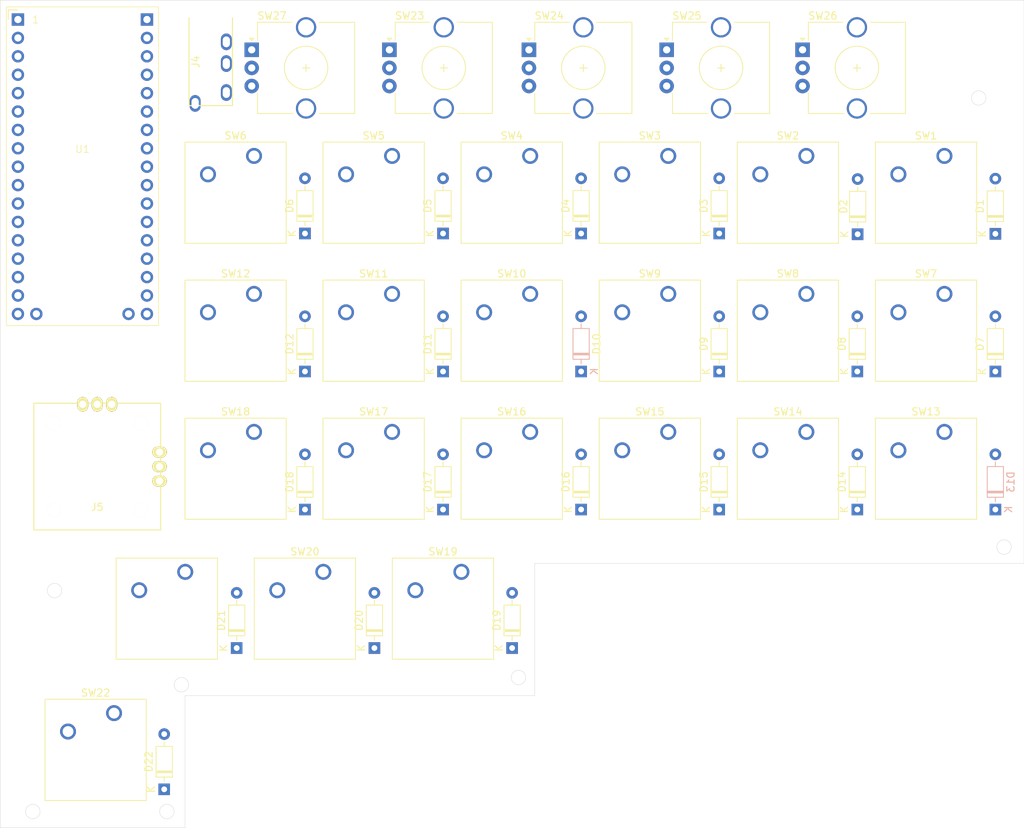
<source format=kicad_pcb>
(kicad_pcb (version 20241229) (generator "pcbnew") (generator_version "9.0")
  (layers (0 "F.Cu" signal) (2 "B.Cu" signal) (13 "F.Paste" user) (15 "B.Paste" user) (5 "F.SilkS" user "F.Silkscreen") (7 "B.SilkS" user "B.Silkscreen") (1 "F.Mask" user) (3 "B.Mask" user) (25 "Edge.Cuts" user))
  (net 0 "")
  (net 1 "VSYS")
  (net 2 "GND")
  (net 3 "+3.3V")
  (net 4 "Net-(D1-K)")
  (net 5 "col1")
  (net 6 "col2")
  (net 7 "Net-(D2-K)")
  (net 8 "Net-(D3-K)")
  (net 9 "col3")
  (net 10 "Net-(D4-K)")
  (net 11 "col4")
  (net 12 "col5")
  (net 13 "Net-(D5-K)")
  (net 14 "Net-(D6-K)")
  (net 15 "Net-(D7-K)")
  (net 16 "Net-(D8-K)")
  (net 17 "Net-(D9-K)")
  (net 18 "Net-(D10-K)")
  (net 19 "Net-(D11-K)")
  (net 20 "Net-(D12-K)")
  (net 21 "Net-(D13-K)")
  (net 22 "Net-(D14-K)")
  (net 23 "Net-(D15-K)")
  (net 24 "col6")
  (net 25 "Net-(D16-K)")
  (net 26 "Net-(D17-K)")
  (net 27 "Net-(D18-K)")
  (net 32 "GPIO23")
  (net 33 "GPIO22")
  (net 34 "GPIO20")
  (net 35 "GPIO17")
  (net 36 "GPIO16")
  (net 37 "GPIO18")
  (net 38 "GPIO21")
  (net 39 "GPIO19")
  (net 40 "GPIO27")
  (net 41 "colX1")
  (net 42 "GPIO25")
  (net 43 "Net-(D19-K)")
  (net 44 "colX2")
  (net 45 "GPIO26")
  (net 46 "Net-(D20-K)")
  (net 47 "GPIO24")
  (net 48 "colX3")
  (net 49 "row1")
  (net 50 "row2")
  (net 51 "row3")
  (net 52 "GPIO1")
  (net 53 "GPIO0")
  (net 54 "Net-(D21-K)")
  (net 55 "Net-(D22-K)")
  (net 56 "colX4")
  (net 57 "rowX")
  (footprint "Diode_THT:D_DO-35_SOD27_P7.62mm_Horizontal" (layer "F.Cu") (at 114.8 88.26 90)
    (property "Reference" "D12" (at 3.81 -2.12 90) (layer "F.SilkS"))
    (property "Value" "D")
    (fp_text user "K" (at 0 -1.8 90) (layer "F.SilkS"))
    (pad "1" thru_hole rect (at 0 0 90) (size 1.6 1.6) (drill 0.8) (layers "*.Cu" "*.Mask") (net 20 "Net-(D12-K)"))
    (pad "2" thru_hole oval (at 7.62 0 90) (size 1.6 1.6) (drill 0.8) (layers "*.Cu" "*.Mask") (net 24 "col6"))
  )
  (footprint "Diode_THT:D_DO-35_SOD27_P7.62mm_Horizontal" (layer "F.Cu") (at 171.95 88.26 90)
    (property "Reference" "D9" (at 3.81 -2.12 90) (layer "F.SilkS"))
    (property "Value" "D")
    (fp_text user "K" (at 0 -1.8 90) (layer "F.SilkS"))
    (pad "1" thru_hole rect (at 0 0 90) (size 1.6 1.6) (drill 0.8) (layers "*.Cu" "*.Mask") (net 17 "Net-(D9-K)"))
    (pad "2" thru_hole oval (at 7.62 0 90) (size 1.6 1.6) (drill 0.8) (layers "*.Cu" "*.Mask") (net 9 "col3"))
  )
  (footprint "Button_Switch_Keyboard:SW_Cherry_MX_1.00u_PCB" (layer "F.Cu") (at 107.77 77.55)
    (property "Reference" "SW12" (at -2.54 -2.794 0) (layer "F.SilkS"))
    (property "Value" "SW_MEC_5G")
    (pad "" np_thru_hole circle (at -7.62 5.08) (size 1.7 1.7) (drill 1.7) (layers "*.Cu" "*.Mask"))
    (pad "" np_thru_hole circle (at -2.54 5.08) (size 4 4) (drill 4) (layers "*.Cu" "*.Mask"))
    (pad "" np_thru_hole circle (at 2.54 5.08) (size 1.7 1.7) (drill 1.7) (layers "*.Cu" "*.Mask"))
    (pad "1" thru_hole circle (at 0 0) (size 2.2 2.2) (drill 1.5) (layers "*.Cu" "*.Mask") (net 50 "row2"))
    (pad "2" thru_hole circle (at -6.35 2.54) (size 2.2 2.2) (drill 1.5) (layers "*.Cu" "*.Mask") (net 20 "Net-(D12-K)"))
  )
  (footprint "Diode_THT:D_DO-35_SOD27_P7.62mm_Horizontal" (layer "F.Cu") (at 114.8 69.21 90)
    (property "Reference" "D6" (at 3.81 -2.12 90) (layer "F.SilkS"))
    (property "Value" "D")
    (fp_text user "K" (at 0 -1.8 90) (layer "F.SilkS"))
    (pad "1" thru_hole rect (at 0 0 90) (size 1.6 1.6) (drill 0.8) (layers "*.Cu" "*.Mask") (net 14 "Net-(D6-K)"))
    (pad "2" thru_hole oval (at 7.62 0 90) (size 1.6 1.6) (drill 0.8) (layers "*.Cu" "*.Mask") (net 24 "col6"))
  )
  (footprint "Button_Switch_Keyboard:SW_Cherry_MX_1.00u_PCB" (layer "F.Cu") (at 183.97 96.6)
    (property "Reference" "SW14" (at -2.54 -2.794 0) (layer "F.SilkS"))
    (property "Value" "SW_MEC_5G")
    (pad "" np_thru_hole circle (at -7.62 5.08) (size 1.7 1.7) (drill 1.7) (layers "*.Cu" "*.Mask"))
    (pad "" np_thru_hole circle (at -2.54 5.08) (size 4 4) (drill 4) (layers "*.Cu" "*.Mask"))
    (pad "" np_thru_hole circle (at 2.54 5.08) (size 1.7 1.7) (drill 1.7) (layers "*.Cu" "*.Mask"))
    (pad "1" thru_hole circle (at 0 0) (size 2.2 2.2) (drill 1.5) (layers "*.Cu" "*.Mask") (net 51 "row3"))
    (pad "2" thru_hole circle (at -6.35 2.54) (size 2.2 2.2) (drill 1.5) (layers "*.Cu" "*.Mask") (net 22 "Net-(D14-K)"))
  )
  (footprint "Diode_THT:D_DO-35_SOD27_P7.62mm_Horizontal" (layer "F.Cu") (at 124.38 126.435 90)
    (property "Reference" "D20" (at 3.81 -2.12 90) (layer "F.SilkS"))
    (property "Value" "D")
    (fp_text user "K" (at 0 -1.8 90) (layer "F.SilkS"))
    (pad "1" thru_hole rect (at 0 0 90) (size 1.6 1.6) (drill 0.8) (layers "*.Cu" "*.Mask") (net 46 "Net-(D20-K)"))
    (pad "2" thru_hole oval (at 7.62 0 90) (size 1.6 1.6) (drill 0.8) (layers "*.Cu" "*.Mask") (net 44 "colX2"))
  )
  (footprint "Diode_THT:D_DO-35_SOD27_P7.62mm_Horizontal" (layer "F.Cu") (at 171.95 69.21 90)
    (property "Reference" "D3" (at 3.81 -2.12 90) (layer "F.SilkS"))
    (property "Value" "D")
    (fp_text user "K" (at 0 -1.8 90) (layer "F.SilkS"))
    (pad "1" thru_hole rect (at 0 0 90) (size 1.6 1.6) (drill 0.8) (layers "*.Cu" "*.Mask") (net 8 "Net-(D3-K)"))
    (pad "2" thru_hole oval (at 7.62 0 90) (size 1.6 1.6) (drill 0.8) (layers "*.Cu" "*.Mask") (net 9 "col3"))
  )
  (footprint "footprint:JT8P-3.2T- -1-16Y" (layer "F.Cu") (at 86.1375 101.3875)
    (property "Reference" "J5" (at 0 5.6 0) (layer "F.SilkS"))
    (property "Value" "JT8P-3.2T- -1-16Y")
    (pad "" np_thru_hole circle (at -6 -6) (size 2.01 2.01) (drill 2.01) (layers "*.Cu" "*.Mask" "F.SilkS"))
    (pad "" np_thru_hole circle (at -6 6) (size 2.01 2.01) (drill 2.01) (layers "*.Cu" "*.Mask" "F.SilkS"))
    (pad "" np_thru_hole circle (at 6 -6) (size 2.01 2.01) (drill 2.01) (layers "*.Cu" "*.Mask" "F.SilkS"))
    (pad "" np_thru_hole circle (at 6 6) (size 2.01 2.01) (drill 2.01) (layers "*.Cu" "*.Mask" "F.SilkS"))
    (pad "1" thru_hole oval (at 2 -8.6) (size 1.5 2) (drill 1.01) (layers "*.Cu" "*.Mask" "F.SilkS") (net 2 "GND"))
    (pad "1" thru_hole oval (at 8.6 2) (size 2 1.5) (drill 1.01) (layers "*.Cu" "*.Mask" "F.SilkS") (net 2 "GND"))
    (pad "2" thru_hole oval (at 0 -8.6) (size 1.5 2) (drill 1.01) (layers "*.Cu" "*.Mask" "F.SilkS") (net 40 "GPIO27"))
    (pad "3" thru_hole oval (at -2 -8.6) (size 1.5 2) (drill 1.01) (layers "*.Cu" "*.Mask" "F.SilkS") (net 3 "+3.3V"))
    (pad "3" thru_hole oval (at 8.6 -2) (size 2 1.5) (drill 1.01) (layers "*.Cu" "*.Mask" "F.SilkS") (net 3 "+3.3V"))
    (pad "4" thru_hole oval (at 8.6 0) (size 2 1.5) (drill 1.01) (layers "*.Cu" "*.Mask" "F.SilkS") (net 45 "GPIO26"))
  )
  (footprint "Button_Switch_Keyboard:SW_Cherry_MX_1.00u_PCB" (layer "F.Cu") (at 107.77 96.6)
    (property "Reference" "SW18" (at -2.54 -2.794 0) (layer "F.SilkS"))
    (property "Value" "SW_MEC_5G")
    (pad "" np_thru_hole circle (at -7.62 5.08) (size 1.7 1.7) (drill 1.7) (layers "*.Cu" "*.Mask"))
    (pad "" np_thru_hole circle (at -2.54 5.08) (size 4 4) (drill 4) (layers "*.Cu" "*.Mask"))
    (pad "" np_thru_hole circle (at 2.54 5.08) (size 1.7 1.7) (drill 1.7) (layers "*.Cu" "*.Mask"))
    (pad "1" thru_hole circle (at 0 0) (size 2.2 2.2) (drill 1.5) (layers "*.Cu" "*.Mask") (net 51 "row3"))
    (pad "2" thru_hole circle (at -6.35 2.54) (size 2.2 2.2) (drill 1.5) (layers "*.Cu" "*.Mask") (net 27 "Net-(D18-K)"))
  )
  (footprint "Diode_THT:D_DO-35_SOD27_P7.62mm_Horizontal" (layer "F.Cu") (at 210.05 69.255 90)
    (property "Reference" "D1" (at 3.81 -2.12 90) (layer "F.SilkS"))
    (property "Value" "D")
    (fp_text user "K" (at 0 -1.8 90) (layer "F.SilkS"))
    (pad "1" thru_hole rect (at 0 0 90) (size 1.6 1.6) (drill 0.8) (layers "*.Cu" "*.Mask") (net 4 "Net-(D1-K)"))
    (pad "2" thru_hole oval (at 7.62 0 90) (size 1.6 1.6) (drill 0.8) (layers "*.Cu" "*.Mask") (net 5 "col1"))
  )
  (footprint "Button_Switch_Keyboard:SW_Cherry_MX_1.00u_PCB" (layer "F.Cu") (at 126.82 96.6)
    (property "Reference" "SW17" (at -2.54 -2.794 0) (layer "F.SilkS"))
    (property "Value" "SW_MEC_5G")
    (pad "" np_thru_hole circle (at -7.62 5.08) (size 1.7 1.7) (drill 1.7) (layers "*.Cu" "*.Mask"))
    (pad "" np_thru_hole circle (at -2.54 5.08) (size 4 4) (drill 4) (layers "*.Cu" "*.Mask"))
    (pad "" np_thru_hole circle (at 2.54 5.08) (size 1.7 1.7) (drill 1.7) (layers "*.Cu" "*.Mask"))
    (pad "1" thru_hole circle (at 0 0) (size 2.2 2.2) (drill 1.5) (layers "*.Cu" "*.Mask") (net 51 "row3"))
    (pad "2" thru_hole circle (at -6.35 2.54) (size 2.2 2.2) (drill 1.5) (layers "*.Cu" "*.Mask") (net 26 "Net-(D17-K)"))
  )
  (footprint "Rotary_Encoder:RotaryEncoder_Alps_EC12E_Vertical_H20mm_CircularMountingHoles" (layer "F.Cu") (at 164.7 43.85)
    (property "Reference" "SW25" (at 2.8 -4.7 0) (layer "F.SilkS"))
    (property "Value" "RotaryEncoder")
    (pad "A" thru_hole rect (at 0 0) (size 2 2) (drill 1) (layers "*.Cu" "*.Mask") (net 34 "GPIO20"))
    (pad "B" thru_hole circle (at 0 5) (size 2 2) (drill 1) (layers "*.Cu" "*.Mask") (net 38 "GPIO21"))
    (pad "C" thru_hole circle (at 0 2.5) (size 2 2) (drill 1) (layers "*.Cu" "*.Mask") (net 2 "GND"))
    (pad "MP" thru_hole circle (at 7.5 -3.1) (size 2.8 2.8) (drill 2.2) (layers "*.Cu" "*.Mask"))
    (pad "MP" thru_hole circle (at 7.5 8.1) (size 2.8 2.8) (drill 2.2) (layers "*.Cu" "*.Mask"))
  )
  (footprint "Diode_THT:D_DO-35_SOD27_P7.62mm_Horizontal" (layer "F.Cu") (at 105.38 126.435 90)
    (property "Reference" "D21" (at 3.81 -2.12 90) (layer "F.SilkS"))
    (property "Value" "D")
    (fp_text user "K" (at 0 -1.8 90) (layer "F.SilkS"))
    (pad "1" thru_hole rect (at 0 0 90) (size 1.6 1.6) (drill 0.8) (layers "*.Cu" "*.Mask") (net 54 "Net-(D21-K)"))
    (pad "2" thru_hole oval (at 7.62 0 90) (size 1.6 1.6) (drill 0.8) (layers "*.Cu" "*.Mask") (net 48 "colX3"))
  )
  (footprint "Button_Switch_Keyboard:SW_Cherry_MX_1.00u_PCB" (layer "F.Cu") (at 117.33 115.92)
    (property "Reference" "SW20" (at -2.54 -2.794 0) (layer "F.SilkS"))
    (property "Value" "SW_MEC_5G")
    (pad "" np_thru_hole circle (at -7.62 5.08) (size 1.7 1.7) (drill 1.7) (layers "*.Cu" "*.Mask"))
    (pad "" np_thru_hole circle (at -2.54 5.08) (size 4 4) (drill 4) (layers "*.Cu" "*.Mask"))
    (pad "" np_thru_hole circle (at 2.54 5.08) (size 1.7 1.7) (drill 1.7) (layers "*.Cu" "*.Mask"))
    (pad "1" thru_hole circle (at 0 0) (size 2.2 2.2) (drill 1.5) (layers "*.Cu" "*.Mask") (net 57 "rowX"))
    (pad "2" thru_hole circle (at -6.35 2.54) (size 2.2 2.2) (drill 1.5) (layers "*.Cu" "*.Mask") (net 46 "Net-(D20-K)"))
  )
  (footprint "Button_Switch_Keyboard:SW_Cherry_MX_1.00u_PCB" (layer "F.Cu") (at 203.02 58.5)
    (property "Reference" "SW1" (at -2.54 -2.794 0) (layer "F.SilkS"))
    (property "Value" "SW_MEC_5G")
    (pad "" np_thru_hole circle (at -7.62 5.08) (size 1.7 1.7) (drill 1.7) (layers "*.Cu" "*.Mask"))
    (pad "" np_thru_hole circle (at -2.54 5.08) (size 4 4) (drill 4) (layers "*.Cu" "*.Mask"))
    (pad "" np_thru_hole circle (at 2.54 5.08) (size 1.7 1.7) (drill 1.7) (layers "*.Cu" "*.Mask"))
    (pad "1" thru_hole circle (at 0 0) (size 2.2 2.2) (drill 1.5) (layers "*.Cu" "*.Mask") (net 49 "row1"))
    (pad "2" thru_hole circle (at -6.35 2.54) (size 2.2 2.2) (drill 1.5) (layers "*.Cu" "*.Mask") (net 4 "Net-(D1-K)"))
  )
  (footprint "Rotary_Encoder:RotaryEncoder_Alps_EC12E_Vertical_H20mm_CircularMountingHoles" (layer "F.Cu") (at 126.45 43.85)
    (property "Reference" "SW23" (at 2.8 -4.7 0) (layer "F.SilkS"))
    (property "Value" "RotaryEncoder")
    (pad "A" thru_hole rect (at 0 0) (size 2 2) (drill 1) (layers "*.Cu" "*.Mask") (net 36 "GPIO16"))
    (pad "B" thru_hole circle (at 0 5) (size 2 2) (drill 1) (layers "*.Cu" "*.Mask") (net 35 "GPIO17"))
    (pad "C" thru_hole circle (at 0 2.5) (size 2 2) (drill 1) (layers "*.Cu" "*.Mask") (net 2 "GND"))
    (pad "MP" thru_hole circle (at 7.5 -3.1) (size 2.8 2.8) (drill 2.2) (layers "*.Cu" "*.Mask"))
    (pad "MP" thru_hole circle (at 7.5 8.1) (size 2.8 2.8) (drill 2.2) (layers "*.Cu" "*.Mask"))
  )
  (footprint "Button_Switch_Keyboard:SW_Cherry_MX_1.00u_PCB" (layer "F.Cu") (at 126.82 77.55)
    (property "Reference" "SW11" (at -2.54 -2.794 0) (layer "F.SilkS"))
    (property "Value" "SW_MEC_5G")
    (pad "" np_thru_hole circle (at -7.62 5.08) (size 1.7 1.7) (drill 1.7) (layers "*.Cu" "*.Mask"))
    (pad "" np_thru_hole circle (at -2.54 5.08) (size 4 4) (drill 4) (layers "*.Cu" "*.Mask"))
    (pad "" np_thru_hole circle (at 2.54 5.08) (size 1.7 1.7) (drill 1.7) (layers "*.Cu" "*.Mask"))
    (pad "1" thru_hole circle (at 0 0) (size 2.2 2.2) (drill 1.5) (layers "*.Cu" "*.Mask") (net 50 "row2"))
    (pad "2" thru_hole circle (at -6.35 2.54) (size 2.2 2.2) (drill 1.5) (layers "*.Cu" "*.Mask") (net 19 "Net-(D11-K)"))
  )
  (footprint "Diode_THT:D_DO-35_SOD27_P7.62mm_Horizontal" (layer "F.Cu") (at 133.85 107.31 90)
    (property "Reference" "D17" (at 3.81 -2.12 90) (layer "F.SilkS"))
    (property "Value" "D")
    (fp_text user "K" (at 0 -1.8 90) (layer "F.SilkS"))
    (pad "1" thru_hole rect (at 0 0 90) (size 1.6 1.6) (drill 0.8) (layers "*.Cu" "*.Mask") (net 26 "Net-(D17-K)"))
    (pad "2" thru_hole oval (at 7.62 0 90) (size 1.6 1.6) (drill 0.8) (layers "*.Cu" "*.Mask") (net 12 "col5"))
  )
  (footprint "Diode_THT:D_DO-35_SOD27_P7.62mm_Horizontal" (layer "F.Cu") (at 133.85 69.21 90)
    (property "Reference" "D5" (at 3.81 -2.12 90) (layer "F.SilkS"))
    (property "Value" "D")
    (fp_text user "K" (at 0 -1.8 90) (layer "F.SilkS"))
    (pad "1" thru_hole rect (at 0 0 90) (size 1.6 1.6) (drill 0.8) (layers "*.Cu" "*.Mask") (net 13 "Net-(D5-K)"))
    (pad "2" thru_hole oval (at 7.62 0 90) (size 1.6 1.6) (drill 0.8) (layers "*.Cu" "*.Mask") (net 12 "col5"))
  )
  (footprint "Diode_THT:D_DO-35_SOD27_P7.62mm_Horizontal" (layer "F.Cu") (at 143.38 126.435 90)
    (property "Reference" "D19" (at 3.81 -2.12 90) (layer "F.SilkS"))
    (property "Value" "D")
    (fp_text user "K" (at 0 -1.8 90) (layer "F.SilkS"))
    (pad "1" thru_hole rect (at 0 0 90) (size 1.6 1.6) (drill 0.8) (layers "*.Cu" "*.Mask") (net 43 "Net-(D19-K)"))
    (pad "2" thru_hole oval (at 7.62 0 90) (size 1.6 1.6) (drill 0.8) (layers "*.Cu" "*.Mask") (net 41 "colX1"))
  )
  (footprint "Button_Switch_Keyboard:SW_Cherry_MX_1.00u_PCB" (layer "F.Cu") (at 164.92 77.55)
    (property "Reference" "SW9" (at -2.54 -2.794 0) (layer "F.SilkS"))
    (property "Value" "SW_MEC_5G")
    (pad "" np_thru_hole circle (at -7.62 5.08) (size 1.7 1.7) (drill 1.7) (layers "*.Cu" "*.Mask"))
    (pad "" np_thru_hole circle (at -2.54 5.08) (size 4 4) (drill 4) (layers "*.Cu" "*.Mask"))
    (pad "" np_thru_hole circle (at 2.54 5.08) (size 1.7 1.7) (drill 1.7) (layers "*.Cu" "*.Mask"))
    (pad "1" thru_hole circle (at 0 0) (size 2.2 2.2) (drill 1.5) (layers "*.Cu" "*.Mask") (net 50 "row2"))
    (pad "2" thru_hole circle (at -6.35 2.54) (size 2.2 2.2) (drill 1.5) (layers "*.Cu" "*.Mask") (net 17 "Net-(D9-K)"))
  )
  (footprint "Button_Switch_Keyboard:SW_Cherry_MX_1.00u_PCB" (layer "F.Cu") (at 145.87 77.55)
    (property "Reference" "SW10" (at -2.54 -2.794 0) (layer "F.SilkS"))
    (property "Value" "SW_MEC_5G")
    (pad "" np_thru_hole circle (at -7.62 5.08) (size 1.7 1.7) (drill 1.7) (layers "*.Cu" "*.Mask"))
    (pad "" np_thru_hole circle (at -2.54 5.08) (size 4 4) (drill 4) (layers "*.Cu" "*.Mask"))
    (pad "" np_thru_hole circle (at 2.54 5.08) (size 1.7 1.7) (drill 1.7) (layers "*.Cu" "*.Mask"))
    (pad "1" thru_hole circle (at 0 0) (size 2.2 2.2) (drill 1.5) (layers "*.Cu" "*.Mask") (net 50 "row2"))
    (pad "2" thru_hole circle (at -6.35 2.54) (size 2.2 2.2) (drill 1.5) (layers "*.Cu" "*.Mask") (net 18 "Net-(D10-K)"))
  )
  (footprint "Diode_THT:D_DO-35_SOD27_P7.62mm_Horizontal" (layer "F.Cu") (at 133.85 88.26 90)
    (property "Reference" "D11" (at 3.81 -2.12 90) (layer "F.SilkS"))
    (property "Value" "D")
    (fp_text user "K" (at 0 -1.8 90) (layer "F.SilkS"))
    (pad "1" thru_hole rect (at 0 0 90) (size 1.6 1.6) (drill 0.8) (layers "*.Cu" "*.Mask") (net 19 "Net-(D11-K)"))
    (pad "2" thru_hole oval (at 7.62 0 90) (size 1.6 1.6) (drill 0.8) (layers "*.Cu" "*.Mask") (net 12 "col5"))
  )
  (footprint "Button_Switch_Keyboard:SW_Cherry_MX_1.00u_PCB" (layer "F.Cu") (at 164.92 96.6)
    (property "Reference" "SW15" (at -2.54 -2.794 0) (layer "F.SilkS"))
    (property "Value" "SW_MEC_5G")
    (pad "" np_thru_hole circle (at -7.62 5.08) (size 1.7 1.7) (drill 1.7) (layers "*.Cu" "*.Mask"))
    (pad "" np_thru_hole circle (at -2.54 5.08) (size 4 4) (drill 4) (layers "*.Cu" "*.Mask"))
    (pad "" np_thru_hole circle (at 2.54 5.08) (size 1.7 1.7) (drill 1.7) (layers "*.Cu" "*.Mask"))
    (pad "1" thru_hole circle (at 0 0) (size 2.2 2.2) (drill 1.5) (layers "*.Cu" "*.Mask") (net 51 "row3"))
    (pad "2" thru_hole circle (at -6.35 2.54) (size 2.2 2.2) (drill 1.5) (layers "*.Cu" "*.Mask") (net 23 "Net-(D15-K)"))
  )
  (footprint "Diode_THT:D_DO-35_SOD27_P7.62mm_Horizontal" (layer "F.Cu") (at 152.9 69.21 90)
    (property "Reference" "D4" (at 3.81 -2.12 90) (layer "F.SilkS"))
    (property "Value" "D")
    (fp_text user "K" (at 0 -1.8 90) (layer "F.SilkS"))
    (pad "1" thru_hole rect (at 0 0 90) (size 1.6 1.6) (drill 0.8) (layers "*.Cu" "*.Mask") (net 10 "Net-(D4-K)"))
    (pad "2" thru_hole oval (at 7.62 0 90) (size 1.6 1.6) (drill 0.8) (layers "*.Cu" "*.Mask") (net 11 "col4"))
  )
  (footprint "Button_Switch_Keyboard:SW_Cherry_MX_1.00u_PCB" (layer "F.Cu") (at 126.82 58.5)
    (property "Reference" "SW5" (at -2.54 -2.794 0) (layer "F.SilkS"))
    (property "Value" "SW_MEC_5G")
    (pad "" np_thru_hole circle (at -7.62 5.08) (size 1.7 1.7) (drill 1.7) (layers "*.Cu" "*.Mask"))
    (pad "" np_thru_hole circle (at -2.54 5.08) (size 4 4) (drill 4) (layers "*.Cu" "*.Mask"))
    (pad "" np_thru_hole circle (at 2.54 5.08) (size 1.7 1.7) (drill 1.7) (layers "*.Cu" "*.Mask"))
    (pad "1" thru_hole circle (at 0 0) (size 2.2 2.2) (drill 1.5) (layers "*.Cu" "*.Mask") (net 49 "row1"))
    (pad "2" thru_hole circle (at -6.35 2.54) (size 2.2 2.2) (drill 1.5) (layers "*.Cu" "*.Mask") (net 13 "Net-(D5-K)"))
  )
  (footprint "footprint:AE-RP2040" (layer "F.Cu") (at 84.1 59.92)
    (property "Reference" "U1" (at 0 -2.35 0) (layer "F.SilkS") (effects (font (thickness 0.1))))
    (property "Value" "~")
    (fp_text user "1" (at -7 -19.65 0) (layer "F.SilkS") (effects (font (thickness 0.1)) (justify left bottom)))
    (pad "1" thru_hole rect (at -8.9 -20.25) (size 1.7 1.7) (drill 1) (layers "*.Cu" "*.Mask") (net 1 "VSYS"))
    (pad "2" thru_hole oval (at -8.9 -17.71) (size 1.7 1.7) (drill 1) (layers "*.Cu" "*.Mask") (net 53 "GPIO0"))
    (pad "3" thru_hole oval (at -8.9 -15.17) (size 1.7 1.7) (drill 1) (layers "*.Cu" "*.Mask") (net 52 "GPIO1"))
    (pad "4" thru_hole oval (at -8.9 -12.63) (size 1.7 1.7) (drill 1) (layers "*.Cu" "*.Mask") (net 5 "col1"))
    (pad "5" thru_hole oval (at -8.9 -10.09) (size 1.7 1.7) (drill 1) (layers "*.Cu" "*.Mask") (net 6 "col2"))
    (pad "6" thru_hole oval (at -8.9 -7.55) (size 1.7 1.7) (drill 1) (layers "*.Cu" "*.Mask") (net 9 "col3"))
    (pad "7" thru_hole oval (at -8.9 -5.01) (size 1.7 1.7) (drill 1) (layers "*.Cu" "*.Mask") (net 11 "col4"))
    (pad "8" thru_hole oval (at -8.9 -2.47) (size 1.7 1.7) (drill 1) (layers "*.Cu" "*.Mask") (net 12 "col5"))
    (pad "9" thru_hole oval (at -8.9 0.07) (size 1.7 1.7) (drill 1) (layers "*.Cu" "*.Mask") (net 24 "col6"))
    (pad "10" thru_hole oval (at -8.9 2.61) (size 1.7 1.7) (drill 1) (layers "*.Cu" "*.Mask") (net 49 "row1"))
    (pad "11" thru_hole oval (at -8.9 5.15) (size 1.7 1.7) (drill 1) (layers "*.Cu" "*.Mask") (net 50 "row2"))
    (pad "12" thru_hole oval (at -8.9 7.69) (size 1.7 1.7) (drill 1) (layers "*.Cu" "*.Mask") (net 51 "row3"))
    (pad "13" thru_hole oval (at -8.9 10.23) (size 1.7 1.7) (drill 1) (layers "*.Cu" "*.Mask") (net 41 "colX1"))
    (pad "14" thru_hole oval (at -8.9 12.77) (size 1.7 1.7) (drill 1) (layers "*.Cu" "*.Mask") (net 44 "colX2"))
    (pad "15" thru_hole oval (at -8.9 15.31) (size 1.7 1.7) (drill 1) (layers "*.Cu" "*.Mask") (net 48 "colX3"))
    (pad "16" thru_hole oval (at -8.9 17.85) (size 1.7 1.7) (drill 1) (layers "*.Cu" "*.Mask") (net 56 "colX4"))
    (pad "17" thru_hole oval (at -8.9 20.39) (size 1.7 1.7) (drill 1) (layers "*.Cu" "*.Mask") (net 57 "rowX"))
    (pad "18" thru_hole oval (at 8.9 20.39) (size 1.7 1.7) (drill 1) (layers "*.Cu" "*.Mask"))
    (pad "19" thru_hole oval (at 8.9 17.85) (size 1.7 1.7) (drill 1) (layers "*.Cu" "*.Mask") (net 36 "GPIO16"))
    (pad "20" thru_hole oval (at 8.9 15.31) (size 1.7 1.7) (drill 1) (layers "*.Cu" "*.Mask") (net 35 "GPIO17"))
    (pad "21" thru_hole oval (at 8.9 12.77) (size 1.7 1.7) (drill 1) (layers "*.Cu" "*.Mask") (net 37 "GPIO18"))
    (pad "22" thru_hole oval (at 8.9 10.23) (size 1.7 1.7) (drill 1) (layers "*.Cu" "*.Mask") (net 39 "GPIO19"))
    (pad "23" thru_hole oval (at 8.9 7.69) (size 1.7 1.7) (drill 1) (layers "*.Cu" "*.Mask") (net 34 "GPIO20"))
    (pad "24" thru_hole oval (at 8.9 5.15) (size 1.7 1.7) (drill 1) (layers "*.Cu" "*.Mask") (net 38 "GPIO21"))
    (pad "25" thru_hole oval (at 8.9 2.61) (size 1.7 1.7) (drill 1) (layers "*.Cu" "*.Mask") (net 33 "GPIO22"))
    (pad "26" thru_hole oval (at 8.9 0.07) (size 1.7 1.7) (drill 1) (layers "*.Cu" "*.Mask") (net 32 "GPIO23"))
    (pad "27" thru_hole oval (at 8.9 -2.47) (size 1.7 1.7) (drill 1) (layers "*.Cu" "*.Mask") (net 47 "GPIO24"))
    (pad "28" thru_hole oval (at 8.9 -5.01) (size 1.7 1.7) (drill 1) (layers "*.Cu" "*.Mask") (net 42 "GPIO25"))
    (pad "29" thru_hole oval (at 8.9 -7.55) (size 1.7 1.7) (drill 1) (layers "*.Cu" "*.Mask") (net 45 "GPIO26"))
    (pad "30" thru_hole oval (at 8.9 -10.09) (size 1.7 1.7) (drill 1) (layers "*.Cu" "*.Mask") (net 40 "GPIO27"))
    (pad "31" thru_hole oval (at 8.9 -12.63) (size 1.7 1.7) (drill 1) (layers "*.Cu" "*.Mask"))
    (pad "32" thru_hole oval (at 8.9 -15.17) (size 1.7 1.7) (drill 1) (layers "*.Cu" "*.Mask"))
    (pad "33" thru_hole oval (at 8.9 -17.71) (size 1.7 1.7) (drill 1) (layers "*.Cu" "*.Mask") (net 2 "GND"))
    (pad "34" thru_hole rect (at 8.9 -20.25) (size 1.7 1.7) (drill 1) (layers "*.Cu" "*.Mask") (net 3 "+3.3V"))
    (pad "GND" thru_hole oval (at -6.36 20.39) (size 1.7 1.7) (drill 1) (layers "*.Cu" "*.Mask") (net 2 "GND"))
    (pad "RUN" thru_hole oval (at 6.36 20.39 270) (size 1.7 1.7) (drill 1) (layers "*.Cu" "*.Mask"))
  )
  (footprint "Diode_THT:D_DO-35_SOD27_P7.62mm_Horizontal" (layer "F.Cu") (at 210.05 88.26 90)
    (property "Reference" "D7" (at 3.81 -2.12 90) (layer "F.SilkS"))
    (property "Value" "D")
    (fp_text user "K" (at 0 -1.8 90) (layer "F.SilkS"))
    (pad "1" thru_hole rect (at 0 0 90) (size 1.6 1.6) (drill 0.8) (layers "*.Cu" "*.Mask") (net 15 "Net-(D7-K)"))
    (pad "2" thru_hole oval (at 7.62 0 90) (size 1.6 1.6) (drill 0.8) (layers "*.Cu" "*.Mask") (net 5 "col1"))
  )
  (footprint "Button_Switch_Keyboard:SW_Cherry_MX_1.00u_PCB" (layer "F.Cu") (at 203.02 96.6)
    (property "Reference" "SW13" (at -2.54 -2.794 0) (layer "F.SilkS"))
    (property "Value" "SW_MEC_5G")
    (pad "" np_thru_hole circle (at -7.62 5.08) (size 1.7 1.7) (drill 1.7) (layers "*.Cu" "*.Mask"))
    (pad "" np_thru_hole circle (at -2.54 5.08) (size 4 4) (drill 4) (layers "*.Cu" "*.Mask"))
    (pad "" np_thru_hole circle (at 2.54 5.08) (size 1.7 1.7) (drill 1.7) (layers "*.Cu" "*.Mask"))
    (pad "1" thru_hole circle (at 0 0) (size 2.2 2.2) (drill 1.5) (layers "*.Cu" "*.Mask") (net 51 "row3"))
    (pad "2" thru_hole circle (at -6.35 2.54) (size 2.2 2.2) (drill 1.5) (layers "*.Cu" "*.Mask") (net 21 "Net-(D13-K)"))
  )
  (footprint "Diode_THT:D_DO-35_SOD27_P7.62mm_Horizontal" (layer "F.Cu") (at 114.8 107.31 90)
    (property "Reference" "D18" (at 3.81 -2.12 90) (layer "F.SilkS"))
    (property "Value" "D")
    (fp_text user "K" (at 0 -1.8 90) (layer "F.SilkS"))
    (pad "1" thru_hole rect (at 0 0 90) (size 1.6 1.6) (drill 0.8) (layers "*.Cu" "*.Mask") (net 27 "Net-(D18-K)"))
    (pad "2" thru_hole oval (at 7.62 0 90) (size 1.6 1.6) (drill 0.8) (layers "*.Cu" "*.Mask") (net 24 "col6"))
  )
  (footprint "Diode_THT:D_DO-35_SOD27_P7.62mm_Horizontal" (layer "F.Cu") (at 171.95 107.31 90)
    (property "Reference" "D15" (at 3.81 -2.12 90) (layer "F.SilkS"))
    (property "Value" "D")
    (fp_text user "K" (at 0 -1.8 90) (layer "F.SilkS"))
    (pad "1" thru_hole rect (at 0 0 90) (size 1.6 1.6) (drill 0.8) (layers "*.Cu" "*.Mask") (net 23 "Net-(D15-K)"))
    (pad "2" thru_hole oval (at 7.62 0 90) (size 1.6 1.6) (drill 0.8) (layers "*.Cu" "*.Mask") (net 9 "col3"))
  )
  (footprint "Rotary_Encoder:RotaryEncoder_Alps_EC12E_Vertical_H20mm_CircularMountingHoles" (layer "F.Cu") (at 145.7 43.85)
    (property "Reference" "SW24" (at 2.8 -4.7 0) (layer "F.SilkS"))
    (property "Value" "RotaryEncoder")
    (pad "A" thru_hole rect (at 0 0) (size 2 2) (drill 1) (layers "*.Cu" "*.Mask") (net 37 "GPIO18"))
    (pad "B" thru_hole circle (at 0 5) (size 2 2) (drill 1) (layers "*.Cu" "*.Mask") (net 39 "GPIO19"))
    (pad "C" thru_hole circle (at 0 2.5) (size 2 2) (drill 1) (layers "*.Cu" "*.Mask") (net 2 "GND"))
    (pad "MP" thru_hole circle (at 7.5 -3.1) (size 2.8 2.8) (drill 2.2) (layers "*.Cu" "*.Mask"))
    (pad "MP" thru_hole circle (at 7.5 8.1) (size 2.8 2.8) (drill 2.2) (layers "*.Cu" "*.Mask"))
  )
  (footprint "Button_Switch_Keyboard:SW_Cherry_MX_1.00u_PCB" (layer "F.Cu") (at 183.97 58.5)
    (property "Reference" "SW2" (at -2.54 -2.794 0) (layer "F.SilkS"))
    (property "Value" "SW_MEC_5G")
    (pad "" np_thru_hole circle (at -7.62 5.08) (size 1.7 1.7) (drill 1.7) (layers "*.Cu" "*.Mask"))
    (pad "" np_thru_hole circle (at -2.54 5.08) (size 4 4) (drill 4) (layers "*.Cu" "*.Mask"))
    (pad "" np_thru_hole circle (at 2.54 5.08) (size 1.7 1.7) (drill 1.7) (layers "*.Cu" "*.Mask"))
    (pad "1" thru_hole circle (at 0 0) (size 2.2 2.2) (drill 1.5) (layers "*.Cu" "*.Mask") (net 49 "row1"))
    (pad "2" thru_hole circle (at -6.35 2.54) (size 2.2 2.2) (drill 1.5) (layers "*.Cu" "*.Mask") (net 7 "Net-(D2-K)"))
  )
  (footprint "footprint:MJ-4PP-9" (layer "F.Cu") (at 101.85 45.5 -90)
    (property "Reference" "J4" (at 0 2.1082 90) (layer "F.SilkS"))
    (property "Value" "AudioJack4")
    (pad "" np_thru_hole circle (at -4.55 0.05 270) (size 1.2 1.2) (drill 1.2) (layers "*.Cu" "*.Mask"))
    (pad "" np_thru_hole circle (at 2.45 0.05 270) (size 1.2 1.2) (drill 1.2) (layers "*.Cu" "*.Mask"))
    (pad "R1" thru_hole oval (at 0.25 -2.1 270) (size 2.3 1.5) (drill oval 1.5 1) (layers "*.Cu" "*.Mask") (net 53 "GPIO0"))
    (pad "R2" thru_hole oval (at -2.75 -2.1 270) (size 2.3 1.5) (drill oval 1.5 1) (layers "*.Cu" "*.Mask") (net 52 "GPIO1"))
    (pad "S" thru_hole oval (at 5.75 2.2 270) (size 2.3 1.5) (drill oval 1.5 1) (layers "*.Cu" "*.Mask") (net 2 "GND"))
    (pad "T" thru_hole oval (at 4.25 -2.1 270) (size 2.3 1.5) (drill oval 1.5 1) (layers "*.Cu" "*.Mask") (net 1 "VSYS"))
  )
  (footprint "Rotary_Encoder:RotaryEncoder_Alps_EC12E_Vertical_H20mm_CircularMountingHoles" (layer "F.Cu") (at 183.45 43.85)
    (property "Reference" "SW26" (at 2.8 -4.7 0) (layer "F.SilkS"))
    (property "Value" "RotaryEncoder")
    (pad "A" thru_hole rect (at 0 0) (size 2 2) (drill 1) (layers "*.Cu" "*.Mask") (net 33 "GPIO22"))
    (pad "B" thru_hole circle (at 0 5) (size 2 2) (drill 1) (layers "*.Cu" "*.Mask") (net 32 "GPIO23"))
    (pad "C" thru_hole circle (at 0 2.5) (size 2 2) (drill 1) (layers "*.Cu" "*.Mask") (net 2 "GND"))
    (pad "MP" thru_hole circle (at 7.5 -3.1) (size 2.8 2.8) (drill 2.2) (layers "*.Cu" "*.Mask"))
    (pad "MP" thru_hole circle (at 7.5 8.1) (size 2.8 2.8) (drill 2.2) (layers "*.Cu" "*.Mask"))
  )
  (footprint "Diode_THT:D_DO-35_SOD27_P7.62mm_Horizontal" (layer "F.Cu") (at 191 88.26 90)
    (property "Reference" "D8" (at 3.81 -2.12 90) (layer "F.SilkS"))
    (property "Value" "D")
    (fp_text user "K" (at 0 -1.8 90) (layer "F.SilkS"))
    (pad "1" thru_hole rect (at 0 0 90) (size 1.6 1.6) (drill 0.8) (layers "*.Cu" "*.Mask") (net 16 "Net-(D8-K)"))
    (pad "2" thru_hole oval (at 7.62 0 90) (size 1.6 1.6) (drill 0.8) (layers "*.Cu" "*.Mask") (net 6 "col2"))
  )
  (footprint "Rotary_Encoder:RotaryEncoder_Alps_EC12E_Vertical_H20mm_CircularMountingHoles" (layer "F.Cu") (at 107.45 43.85)
    (property "Reference" "SW27" (at 2.8 -4.7 0) (layer "F.SilkS"))
    (property "Value" "RotaryEncoder")
    (pad "A" thru_hole rect (at 0 0) (size 2 2) (drill 1) (layers "*.Cu" "*.Mask") (net 47 "GPIO24"))
    (pad "B" thru_hole circle (at 0 5) (size 2 2) (drill 1) (layers "*.Cu" "*.Mask") (net 42 "GPIO25"))
    (pad "C" thru_hole circle (at 0 2.5) (size 2 2) (drill 1) (layers "*.Cu" "*.Mask") (net 2 "GND"))
    (pad "MP" thru_hole circle (at 7.5 -3.1) (size 2.8 2.8) (drill 2.2) (layers "*.Cu" "*.Mask"))
    (pad "MP" thru_hole circle (at 7.5 8.1) (size 2.8 2.8) (drill 2.2) (layers "*.Cu" "*.Mask"))
  )
  (footprint "Diode_THT:D_DO-35_SOD27_P7.62mm_Horizontal" (layer "F.Cu") (at 191.049 69.31 90)
    (property "Reference" "D2" (at 3.81 -1.951 90) (layer "F.SilkS"))
    (property "Value" "D")
    (fp_text user "K" (at 0 -1.8 90) (layer "F.SilkS"))
    (pad "1" thru_hole rect (at 0 0 90) (size 1.6 1.6) (drill 0.8) (layers "*.Cu" "*.Mask") (net 7 "Net-(D2-K)"))
    (pad "2" thru_hole oval (at 7.62 0 90) (size 1.6 1.6) (drill 0.8) (layers "*.Cu" "*.Mask") (net 6 "col2"))
  )
  (footprint "Button_Switch_Keyboard:SW_Cherry_MX_1.00u_PCB" (layer "F.Cu") (at 164.92 58.5)
    (property "Reference" "SW3" (at -2.54 -2.794 0) (layer "F.SilkS"))
    (property "Value" "SW_MEC_5G")
    (pad "" np_thru_hole circle (at -7.62 5.08) (size 1.7 1.7) (drill 1.7) (layers "*.Cu" "*.Mask"))
    (pad "" np_thru_hole circle (at -2.54 5.08) (size 4 4) (drill 4) (layers "*.Cu" "*.Mask"))
    (pad "" np_thru_hole circle (at 2.54 5.08) (size 1.7 1.7) (drill 1.7) (layers "*.Cu" "*.Mask"))
    (pad "1" thru_hole circle (at 0 0) (size 2.2 2.2) (drill 1.5) (layers "*.Cu" "*.Mask") (net 49 "row1"))
    (pad "2" thru_hole circle (at -6.35 2.54) (size 2.2 2.2) (drill 1.5) (layers "*.Cu" "*.Mask") (net 8 "Net-(D3-K)"))
  )
  (footprint "Button_Switch_Keyboard:SW_Cherry_MX_1.00u_PCB" (layer "F.Cu") (at 145.87 58.5)
    (property "Reference" "SW4" (at -2.54 -2.794 0) (layer "F.SilkS"))
    (property "Value" "SW_MEC_5G")
    (pad "" np_thru_hole circle (at -7.62 5.08) (size 1.7 1.7) (drill 1.7) (layers "*.Cu" "*.Mask"))
    (pad "" np_thru_hole circle (at -2.54 5.08) (size 4 4) (drill 4) (layers "*.Cu" "*.Mask"))
    (pad "" np_thru_hole circle (at 2.54 5.08) (size 1.7 1.7) (drill 1.7) (layers "*.Cu" "*.Mask"))
    (pad "1" thru_hole circle (at 0 0) (size 2.2 2.2) (drill 1.5) (layers "*.Cu" "*.Mask") (net 49 "row1"))
    (pad "2" thru_hole circle (at -6.35 2.54) (size 2.2 2.2) (drill 1.5) (layers "*.Cu" "*.Mask") (net 10 "Net-(D4-K)"))
  )
  (footprint "Button_Switch_Keyboard:SW_Cherry_MX_1.00u_PCB" (layer "F.Cu") (at 107.77 58.5)
    (property "Reference" "SW6" (at -2.54 -2.794 0) (layer "F.SilkS"))
    (property "Value" "SW_MEC_5G")
    (pad "" np_thru_hole circle (at -7.62 5.08) (size 1.7 1.7) (drill 1.7) (layers "*.Cu" "*.Mask"))
    (pad "" np_thru_hole circle (at -2.54 5.08) (size 4 4) (drill 4) (layers "*.Cu" "*.Mask"))
    (pad "" np_thru_hole circle (at 2.54 5.08) (size 1.7 1.7) (drill 1.7) (layers "*.Cu" "*.Mask"))
    (pad "1" thru_hole circle (at 0 0) (size 2.2 2.2) (drill 1.5) (layers "*.Cu" "*.Mask") (net 49 "row1"))
    (pad "2" thru_hole circle (at -6.35 2.54) (size 2.2 2.2) (drill 1.5) (layers "*.Cu" "*.Mask") (net 14 "Net-(D6-K)"))
  )
  (footprint "Button_Switch_Keyboard:SW_Cherry_MX_1.00u_PCB" (layer "F.Cu") (at 183.97 77.55)
    (property "Reference" "SW8" (at -2.54 -2.794 0) (layer "F.SilkS"))
    (property "Value" "SW_MEC_5G")
    (pad "" np_thru_hole circle (at -7.62 5.08) (size 1.7 1.7) (drill 1.7) (layers "*.Cu" "*.Mask"))
    (pad "" np_thru_hole circle (at -2.54 5.08) (size 4 4) (drill 4) (layers "*.Cu" "*.Mask"))
    (pad "" np_thru_hole circle (at 2.54 5.08) (size 1.7 1.7) (drill 1.7) (layers "*.Cu" "*.Mask"))
    (pad "1" thru_hole circle (at 0 0) (size 2.2 2.2) (drill 1.5) (layers "*.Cu" "*.Mask") (net 50 "row2"))
    (pad "2" thru_hole circle (at -6.35 2.54) (size 2.2 2.2) (drill 1.5) (layers "*.Cu" "*.Mask") (net 16 "Net-(D8-K)"))
  )
  (footprint "Diode_THT:D_DO-35_SOD27_P7.62mm_Horizontal" (layer "F.Cu") (at 95.38 145.935 90)
    (property "Reference" "D22" (at 3.81 -2.12 90) (layer "F.SilkS"))
    (property "Value" "D")
    (fp_text user "K" (at 0 -1.8 90) (layer "F.SilkS"))
    (pad "1" thru_hole rect (at 0 0 90) (size 1.6 1.6) (drill 0.8) (layers "*.Cu" "*.Mask") (net 55 "Net-(D22-K)"))
    (pad "2" thru_hole oval (at 7.62 0 90) (size 1.6 1.6) (drill 0.8) (layers "*.Cu" "*.Mask") (net 56 "colX4"))
  )
  (footprint "Button_Switch_Keyboard:SW_Cherry_MX_1.00u_PCB" (layer "F.Cu") (at 88.46 135.42)
    (property "Reference" "SW22" (at -2.54 -2.794 0) (layer "F.SilkS"))
    (property "Value" "SW_MEC_5G")
    (pad "" np_thru_hole circle (at -7.62 5.08) (size 1.7 1.7) (drill 1.7) (layers "*.Cu" "*.Mask"))
    (pad "" np_thru_hole circle (at -2.54 5.08) (size 4 4) (drill 4) (layers "*.Cu" "*.Mask"))
    (pad "" np_thru_hole circle (at 2.54 5.08) (size 1.7 1.7) (drill 1.7) (layers "*.Cu" "*.Mask"))
    (pad "1" thru_hole circle (at 0 0) (size 2.2 2.2) (drill 1.5) (layers "*.Cu" "*.Mask") (net 57 "rowX"))
    (pad "2" thru_hole circle (at -6.35 2.54) (size 2.2 2.2) (drill 1.5) (layers "*.Cu" "*.Mask") (net 55 "Net-(D22-K)"))
  )
  (footprint "Diode_THT:D_DO-35_SOD27_P7.62mm_Horizontal" (layer "F.Cu") (at 152.9 107.31 90)
    (property "Reference" "D16" (at 3.81 -2.12 90) (layer "F.SilkS"))
    (property "Value" "D")
    (fp_text user "K" (at 0 -1.8 90) (layer "F.SilkS"))
    (pad "1" thru_hole rect (at 0 0 90) (size 1.6 1.6) (drill 0.8) (layers "*.Cu" "*.Mask") (net 25 "Net-(D16-K)"))
    (pad "2" thru_hole oval (at 7.62 0 90) (size 1.6 1.6) (drill 0.8) (layers "*.Cu" "*.Mask") (net 11 "col4"))
  )
  (footprint "Diode_THT:D_DO-35_SOD27_P7.62mm_Horizontal" (layer "F.Cu") (at 191 107.31 90)
    (property "Reference" "D14" (at 3.81 -2.12 90) (layer "F.SilkS"))
    (property "Value" "D")
    (fp_text user "K" (at 0 -1.8 90) (layer "F.SilkS"))
    (pad "1" thru_hole rect (at 0 0 90) (size 1.6 1.6) (drill 0.8) (layers "*.Cu" "*.Mask") (net 22 "Net-(D14-K)"))
    (pad "2" thru_hole oval (at 7.62 0 90) (size 1.6 1.6) (drill 0.8) (layers "*.Cu" "*.Mask") (net 6 "col2"))
  )
  (footprint "Button_Switch_Keyboard:SW_Cherry_MX_1.00u_PCB" (layer "F.Cu") (at 136.38 115.92)
    (property "Reference" "SW19" (at -2.54 -2.794 0) (layer "F.SilkS"))
    (property "Value" "SW_MEC_5G")
    (pad "" np_thru_hole circle (at -7.62 5.08) (size 1.7 1.7) (drill 1.7) (layers "*.Cu" "*.Mask"))
    (pad "" np_thru_hole circle (at -2.54 5.08) (size 4 4) (drill 4) (layers "*.Cu" "*.Mask"))
    (pad "" np_thru_hole circle (at 2.54 5.08) (size 1.7 1.7) (drill 1.7) (layers "*.Cu" "*.Mask"))
    (pad "1" thru_hole circle (at 0 0) (size 2.2 2.2) (drill 1.5) (layers "*.Cu" "*.Mask") (net 57 "rowX"))
    (pad "2" thru_hole circle (at -6.35 2.54) (size 2.2 2.2) (drill 1.5) (layers "*.Cu" "*.Mask") (net 43 "Net-(D19-K)"))
  )
  (footprint "Button_Switch_Keyboard:SW_Cherry_MX_1.00u_PCB" (layer "F.Cu") (at 203.02 77.55)
    (property "Reference" "SW7" (at -2.54 -2.794 0) (layer "F.SilkS"))
    (property "Value" "SW_MEC_5G")
    (pad "" np_thru_hole circle (at -7.62 5.08) (size 1.7 1.7) (drill 1.7) (layers "*.Cu" "*.Mask"))
    (pad "" np_thru_hole circle (at -2.54 5.08) (size 4 4) (drill 4) (layers "*.Cu" "*.Mask"))
    (pad "" np_thru_hole circle (at 2.54 5.08) (size 1.7 1.7) (drill 1.7) (layers "*.Cu" "*.Mask"))
    (pad "1" thru_hole circle (at 0 0) (size 2.2 2.2) (drill 1.5) (layers "*.Cu" "*.Mask") (net 50 "row2"))
    (pad "2" thru_hole circle (at -6.35 2.54) (size 2.2 2.2) (drill 1.5) (layers "*.Cu" "*.Mask") (net 15 "Net-(D7-K)"))
  )
  (footprint "Button_Switch_Keyboard:SW_Cherry_MX_1.00u_PCB" (layer "F.Cu") (at 145.87 96.6)
    (property "Reference" "SW16" (at -2.54 -2.794 0) (layer "F.SilkS"))
    (property "Value" "SW_key")
    (pad "" np_thru_hole circle (at -7.62 5.08) (size 1.7 1.7) (drill 1.7) (layers "*.Cu" "*.Mask"))
    (pad "" np_thru_hole circle (at -2.54 5.08) (size 4 4) (drill 4) (layers "*.Cu" "*.Mask"))
    (pad "" np_thru_hole circle (at 2.54 5.08) (size 1.7 1.7) (drill 1.7) (layers "*.Cu" "*.Mask"))
    (pad "1" thru_hole circle (at 0 0) (size 2.2 2.2) (drill 1.5) (layers "*.Cu" "*.Mask") (net 51 "row3"))
    (pad "2" thru_hole circle (at -6.35 2.54) (size 2.2 2.2) (drill 1.5) (layers "*.Cu" "*.Mask") (net 25 "Net-(D16-K)"))
  )
  (footprint "Button_Switch_Keyboard:SW_Cherry_MX_1.00u_PCB" (layer "F.Cu") (at 98.28 115.92)
    (property "Reference" "SW21" (hide yes))
    (property "Value" "SW_MEC_5G")
    (pad "" np_thru_hole circle (at -7.62 5.08) (size 1.7 1.7) (drill 1.7) (layers "*.Cu" "*.Mask"))
    (pad "" np_thru_hole circle (at -2.54 5.08) (size 4 4) (drill 4) (layers "*.Cu" "*.Mask"))
    (pad "" np_thru_hole circle (at 2.54 5.08) (size 1.7 1.7) (drill 1.7) (layers "*.Cu" "*.Mask"))
    (pad "1" thru_hole circle (at 0 0) (size 2.2 2.2) (drill 1.5) (layers "*.Cu" "*.Mask") (net 57 "rowX"))
    (pad "2" thru_hole circle (at -6.35 2.54) (size 2.2 2.2) (drill 1.5) (layers "*.Cu" "*.Mask") (net 54 "Net-(D21-K)"))
  )
  (footprint "Diode_THT:D_DO-35_SOD27_P7.62mm_Horizontal" (layer "B.Cu") (at 210.05 107.31 90)
    (property "Reference" "D13" (at 3.81 2.12 90) (layer "B.SilkS") (effects (justify mirror)))
    (property "Value" "D")
    (fp_text user "K" (at 0 1.8 90) (layer "B.SilkS") (effects (justify mirror)))
    (pad "1" thru_hole rect (at 0 0 90) (size 1.6 1.6) (drill 0.8) (layers "*.Cu" "*.Mask") (net 21 "Net-(D13-K)"))
    (pad "2" thru_hole oval (at 7.62 0 90) (size 1.6 1.6) (drill 0.8) (layers "*.Cu" "*.Mask") (net 5 "col1"))
  )
  (footprint "Diode_THT:D_DO-35_SOD27_P7.62mm_Horizontal" (layer "B.Cu") (at 152.9 88.26 90)
    (property "Reference" "D10" (at 3.81 2.12 -90) (layer "F.SilkS"))
    (property "Value" "D")
    (fp_text user "K" (at 0 1.8 90) (layer "B.SilkS") (effects (justify mirror)))
    (pad "1" thru_hole rect (at 0 0 90) (size 1.6 1.6) (drill 0.8) (layers "*.Cu" "*.Mask") (net 18 "Net-(D10-K)"))
    (pad "2" thru_hole oval (at 7.62 0 90) (size 1.6 1.6) (drill 0.8) (layers "*.Cu" "*.Mask") (net 11 "col4"))
  )
  (gr_line (start 146.5 114.75) (end 146.5 133) (stroke (width 0.05)) (layer "Edge.Cuts"))
  (gr_line (start 214 46.5) (end 214 37) (stroke (width 0.05)) (layer "Edge.Cuts"))
  (gr_circle (center 95.75 149) (end 95.75 148) (stroke (width 0.05)) (fill no) (layer "Edge.Cuts"))
  (gr_line (start 214 114.75) (end 146.5 114.75) (stroke (width 0.05)) (layer "Edge.Cuts"))
  (gr_circle (center 80.25 118.5) (end 80.25 117.5) (stroke (width 0.05)) (fill no) (layer "Edge.Cuts"))
  (gr_line (start 214 37) (end 72.75 37) (stroke (width 0.05)) (layer "Edge.Cuts"))
  (gr_circle (center 211.25 112.5) (end 211.25 111.5) (stroke (width 0.05)) (fill no) (layer "Edge.Cuts"))
  (gr_line (start 72.75 151.25) (end 98.25 151.25) (stroke (width 0.05)) (layer "Edge.Cuts"))
  (gr_line (start 146.5 133) (end 98.25 133) (stroke (width 0.05)) (layer "Edge.Cuts"))
  (gr_line (start 98.25 133) (end 98.25 151.25) (stroke (width 0.05)) (layer "Edge.Cuts"))
  (gr_line (start 72.75 37) (end 72.75 44.75) (stroke (width 0.05)) (layer "Edge.Cuts"))
  (gr_line (start 214 46.5) (end 214 114.75) (stroke (width 0.05)) (layer "Edge.Cuts"))
  (gr_circle (center 97.75 131.5) (end 98.75 131.5) (stroke (width 0.05)) (fill no) (layer "Edge.Cuts"))
  (gr_circle (center 207.75 50.5) (end 207.75 49.5) (stroke (width 0.05)) (fill no) (layer "Edge.Cuts"))
  (gr_circle (center 77.25 149) (end 77.25 148) (stroke (width 0.05)) (fill no) (layer "Edge.Cuts"))
  (gr_circle (center 144.25 130.5) (end 144.25 129.5) (stroke (width 0.05)) (fill no) (layer "Edge.Cuts"))
  (gr_line (start 72.75 44.75) (end 72.75 151.25) (stroke (width 0.05)) (layer "Edge.Cuts"))
)
</source>
